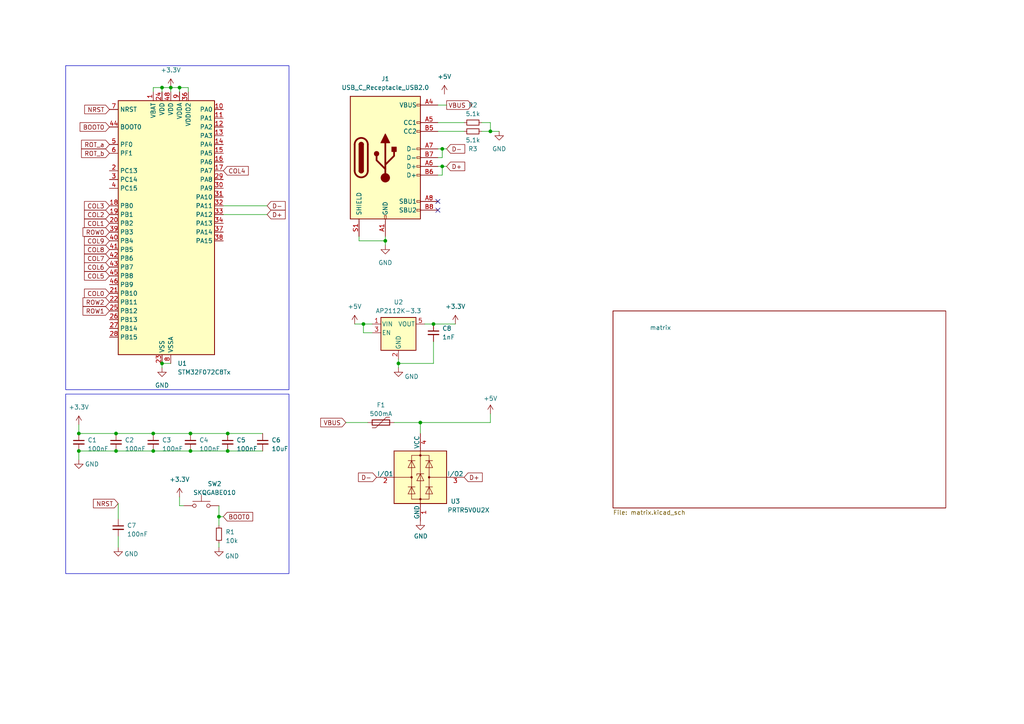
<source format=kicad_sch>
(kicad_sch (version 20231120) (generator "eeschema") (generator_version "8.0")
  (paper "A4")
  (lib_symbols
    (symbol "+5V_1" (power) (pin_names (offset 0))
      (property "Value" "+5V_1" (at 0 3.556 0))
      (symbol "+5V_1_0_1"
        (polyline (pts (xy -0.762 1.27) (xy 0 2.54)))
        (polyline (pts (xy 0 0) (xy 0 2.54)))
        (polyline (pts (xy 0 2.54) (xy 0.762 1.27)))
      )
      (symbol "+5V_1_1_1"
        (pin power_in line (at 0 0 90) (length 0) hide (name "+5V") (number "1"))
      )
    )
    (symbol "Connector:USB_C_Receptacle_USB2.0" (pin_names (offset 1.016))
      (property "Reference" "J" (at -10.16 19.05 0))
      (property "Value" "USB_C_Receptacle_USB2.0" (at 19.05 19.05 0))
      (symbol "USB_C_Receptacle_USB2.0_0_0"
        (rectangle (start -0.254 -17.78) (end 0.254 -16.764))
        (rectangle (start 10.16 -14.986) (end 9.144 -15.494))
        (rectangle (start 10.16 -12.446) (end 9.144 -12.954))
        (rectangle (start 10.16 -4.826) (end 9.144 -5.334))
        (rectangle (start 10.16 -2.286) (end 9.144 -2.794))
        (rectangle (start 10.16 0.254) (end 9.144 -0.254))
        (rectangle (start 10.16 2.794) (end 9.144 2.286))
        (rectangle (start 10.16 7.874) (end 9.144 7.366))
        (rectangle (start 10.16 10.414) (end 9.144 9.906))
        (rectangle (start 10.16 15.494) (end 9.144 14.986))
      )
      (symbol "USB_C_Receptacle_USB2.0_0_1"
        (rectangle (start -10.16 17.78) (end 10.16 -17.78) (stroke (width 0.254)) (fill (type background)))
        (arc (start -8.89 -3.81) (mid -6.985 -5.7067) (end -5.08 -3.81) (stroke (width 0.508)))
        (arc (start -7.62 -3.81) (mid -6.985 -4.4423) (end -6.35 -3.81) (stroke (width 0.254)))
        (arc (start -7.62 -3.81) (mid -6.985 -4.4423) (end -6.35 -3.81) (stroke (width 0.254)) (fill (type outline)))
        (rectangle (start -7.62 -3.81) (end -6.35 3.81) (stroke (width 0.254)) (fill (type outline)))
        (arc (start -6.35 3.81) (mid -6.985 4.4423) (end -7.62 3.81) (stroke (width 0.254)))
        (arc (start -6.35 3.81) (mid -6.985 4.4423) (end -7.62 3.81) (stroke (width 0.254)) (fill (type outline)))
        (arc (start -5.08 3.81) (mid -6.985 5.7067) (end -8.89 3.81) (stroke (width 0.508)))
        (circle (center -2.54 1.143) (radius 0.635) (stroke (width 0.254)) (fill (type outline)))
        (circle (center 0 -5.842) (radius 1.27) (fill (type outline)))
        (polyline (pts (xy -8.89 -3.81) (xy -8.89 3.81)) (stroke (width 0.508)))
        (polyline (pts (xy -5.08 3.81) (xy -5.08 -3.81)) (stroke (width 0.508)))
        (polyline (pts (xy 0 -5.842) (xy 0 4.318)) (stroke (width 0.508)))
        (polyline (pts (xy 0 -3.302) (xy -2.54 -0.762) (xy -2.54 0.508)) (stroke (width 0.508)))
        (polyline (pts (xy 0 -2.032) (xy 2.54 0.508) (xy 2.54 1.778)) (stroke (width 0.508)))
        (polyline (pts (xy -1.27 4.318) (xy 0 6.858) (xy 1.27 4.318) (xy -1.27 4.318)) (stroke (width 0.254)) (fill (type outline)))
        (rectangle (start 1.905 1.778) (end 3.175 3.048) (stroke (width 0.254)) (fill (type outline)))
      )
      (symbol "USB_C_Receptacle_USB2.0_1_1"
        (pin passive line (at 0 -22.86 90) (length 5.08) (name "GND") (number "A1"))
        (pin passive line (at 0 -22.86 90) (length 5.08) hide (name "GND") (number "A12"))
        (pin passive line (at 15.24 15.24 180) (length 5.08) (name "VBUS") (number "A4"))
        (pin bidirectional line (at 15.24 10.16 180) (length 5.08) (name "CC1") (number "A5"))
        (pin bidirectional line (at 15.24 -2.54 180) (length 5.08) (name "D+") (number "A6"))
        (pin bidirectional line (at 15.24 2.54 180) (length 5.08) (name "D-") (number "A7"))
        (pin bidirectional line (at 15.24 -12.7 180) (length 5.08) (name "SBU1") (number "A8"))
        (pin passive line (at 15.24 15.24 180) (length 5.08) hide (name "VBUS") (number "A9"))
        (pin passive line (at 0 -22.86 90) (length 5.08) hide (name "GND") (number "B1"))
        (pin passive line (at 0 -22.86 90) (length 5.08) hide (name "GND") (number "B12"))
        (pin passive line (at 15.24 15.24 180) (length 5.08) hide (name "VBUS") (number "B4"))
        (pin bidirectional line (at 15.24 7.62 180) (length 5.08) (name "CC2") (number "B5"))
        (pin bidirectional line (at 15.24 -5.08 180) (length 5.08) (name "D+") (number "B6"))
        (pin bidirectional line (at 15.24 0 180) (length 5.08) (name "D-") (number "B7"))
        (pin bidirectional line (at 15.24 -15.24 180) (length 5.08) (name "SBU2") (number "B8"))
        (pin passive line (at 15.24 15.24 180) (length 5.08) hide (name "VBUS") (number "B9"))
        (pin passive line (at -7.62 -22.86 90) (length 5.08) (name "SHIELD") (number "S1"))
      )
    )
    (symbol "Device:C_Small" (pin_numbers hide) (pin_names (offset 0.254) hide)
      (property "Reference" "C" (at 0.254 1.778 0))
      (property "Value" "C_Small" (at 0.254 -2.032 0))
      (symbol "C_Small_0_1"
        (polyline (pts (xy -1.524 -0.508) (xy 1.524 -0.508)) (stroke (width 0.3302)))
        (polyline (pts (xy -1.524 0.508) (xy 1.524 0.508)) (stroke (width 0.3048)))
      )
      (symbol "C_Small_1_1"
        (pin passive line (at 0 2.54 270) (length 2.032) (name "~") (number "1"))
        (pin passive line (at 0 -2.54 90) (length 2.032) (name "~") (number "2"))
      )
    )
    (symbol "Device:Polyfuse" (pin_numbers hide) (pin_names (offset 0))
      (property "Reference" "F" (at -2.54 0 90))
      (property "Value" "Polyfuse" (at 2.54 0 90))
      (symbol "Polyfuse_0_1"
        (rectangle (start -0.762 2.54) (end 0.762 -2.54) (stroke (width 0.254)))
        (polyline (pts (xy 0 2.54) (xy 0 -2.54)))
        (polyline (pts (xy -1.524 2.54) (xy -1.524 1.524) (xy 1.524 -1.524) (xy 1.524 -2.54)))
      )
      (symbol "Polyfuse_1_1"
        (pin passive line (at 0 3.81 270) (length 1.27) (name "~") (number "1"))
        (pin passive line (at 0 -3.81 90) (length 1.27) (name "~") (number "2"))
      )
    )
    (symbol "Device:R_Small" (pin_numbers hide) (pin_names (offset 0.254) hide)
      (property "Reference" "R" (at 0.762 0.508 0))
      (property "Value" "R_Small" (at 0.762 -1.016 0))
      (symbol "R_Small_0_1"
        (rectangle (start -0.762 1.778) (end 0.762 -1.778) (stroke (width 0.2032)))
      )
      (symbol "R_Small_1_1"
        (pin passive line (at 0 2.54 270) (length 0.762) (name "~") (number "1"))
        (pin passive line (at 0 -2.54 90) (length 0.762) (name "~") (number "2"))
      )
    )
    (symbol "MCU_ST_STM32F0:STM32F072C8Tx"
      (property "Reference" "U" (at -12.7 39.37 0))
      (property "Value" "STM32F072C8Tx" (at 10.16 39.37 0))
      (symbol "STM32F072C8Tx_0_1"
        (rectangle (start -12.7 -35.56) (end 15.24 38.1) (stroke (width 0.254)) (fill (type background)))
      )
      (symbol "STM32F072C8Tx_1_1"
        (pin power_in line (at -2.54 40.64 270) (length 2.54) (name "VBAT") (number "1"))
        (pin bidirectional line (at 17.78 35.56 180) (length 2.54) (name "PA0") (number "10"))
        (pin bidirectional line (at 17.78 33.02 180) (length 2.54) (name "PA1") (number "11"))
        (pin bidirectional line (at 17.78 30.48 180) (length 2.54) (name "PA2") (number "12"))
        (pin bidirectional line (at 17.78 27.94 180) (length 2.54) (name "PA3") (number "13"))
        (pin bidirectional line (at 17.78 25.4 180) (length 2.54) (name "PA4") (number "14"))
        (pin bidirectional line (at 17.78 22.86 180) (length 2.54) (name "PA5") (number "15"))
        (pin bidirectional line (at 17.78 20.32 180) (length 2.54) (name "PA6") (number "16"))
        (pin bidirectional line (at 17.78 17.78 180) (length 2.54) (name "PA7") (number "17"))
        (pin bidirectional line (at -15.24 7.62 0) (length 2.54) (name "PB0") (number "18"))
        (pin bidirectional line (at -15.24 5.08 0) (length 2.54) (name "PB1") (number "19"))
        (pin bidirectional line (at -15.24 17.78 0) (length 2.54) (name "PC13") (number "2"))
        (pin bidirectional line (at -15.24 2.54 0) (length 2.54) (name "PB2") (number "20"))
        (pin bidirectional line (at -15.24 -17.78 0) (length 2.54) (name "PB10") (number "21"))
        (pin bidirectional line (at -15.24 -20.32 0) (length 2.54) (name "PB11") (number "22"))
        (pin power_in line (at 0 -38.1 90) (length 2.54) (name "VSS") (number "23"))
        (pin power_in line (at 0 40.64 270) (length 2.54) (name "VDD") (number "24"))
        (pin bidirectional line (at -15.24 -22.86 0) (length 2.54) (name "PB12") (number "25"))
        (pin bidirectional line (at -15.24 -25.4 0) (length 2.54) (name "PB13") (number "26"))
        (pin bidirectional line (at -15.24 -27.94 0) (length 2.54) (name "PB14") (number "27"))
        (pin bidirectional line (at -15.24 -30.48 0) (length 2.54) (name "PB15") (number "28"))
        (pin bidirectional line (at 17.78 15.24 180) (length 2.54) (name "PA8") (number "29"))
        (pin bidirectional line (at -15.24 15.24 0) (length 2.54) (name "PC14") (number "3"))
        (pin bidirectional line (at 17.78 12.7 180) (length 2.54) (name "PA9") (number "30"))
        (pin bidirectional line (at 17.78 10.16 180) (length 2.54) (name "PA10") (number "31"))
        (pin bidirectional line (at 17.78 7.62 180) (length 2.54) (name "PA11") (number "32"))
        (pin bidirectional line (at 17.78 5.08 180) (length 2.54) (name "PA12") (number "33"))
        (pin bidirectional line (at 17.78 2.54 180) (length 2.54) (name "PA13") (number "34"))
        (pin passive line (at 0 -38.1 90) (length 2.54) hide (name "VSS") (number "35"))
        (pin power_in line (at 7.62 40.64 270) (length 2.54) (name "VDDIO2") (number "36"))
        (pin bidirectional line (at 17.78 0 180) (length 2.54) (name "PA14") (number "37"))
        (pin bidirectional line (at 17.78 -2.54 180) (length 2.54) (name "PA15") (number "38"))
        (pin bidirectional line (at -15.24 0 0) (length 2.54) (name "PB3") (number "39"))
        (pin bidirectional line (at -15.24 12.7 0) (length 2.54) (name "PC15") (number "4"))
        (pin bidirectional line (at -15.24 -2.54 0) (length 2.54) (name "PB4") (number "40"))
        (pin bidirectional line (at -15.24 -5.08 0) (length 2.54) (name "PB5") (number "41"))
        (pin bidirectional line (at -15.24 -7.62 0) (length 2.54) (name "PB6") (number "42"))
        (pin bidirectional line (at -15.24 -10.16 0) (length 2.54) (name "PB7") (number "43"))
        (pin input line (at -15.24 30.48 0) (length 2.54) (name "BOOT0") (number "44"))
        (pin bidirectional line (at -15.24 -12.7 0) (length 2.54) (name "PB8") (number "45"))
        (pin bidirectional line (at -15.24 -15.24 0) (length 2.54) (name "PB9") (number "46"))
        (pin passive line (at 0 -38.1 90) (length 2.54) hide (name "VSS") (number "47"))
        (pin power_in line (at 2.54 40.64 270) (length 2.54) (name "VDD") (number "48"))
        (pin bidirectional line (at -15.24 25.4 0) (length 2.54) (name "PF0") (number "5"))
        (pin bidirectional line (at -15.24 22.86 0) (length 2.54) (name "PF1") (number "6"))
        (pin input line (at -15.24 35.56 0) (length 2.54) (name "NRST") (number "7"))
        (pin power_in line (at 2.54 -38.1 90) (length 2.54) (name "VSSA") (number "8"))
        (pin power_in line (at 5.08 40.64 270) (length 2.54) (name "VDDA") (number "9"))
      )
    )
    (symbol "Power_Protection:PRTR5V0U2X" (pin_names (offset 0))
      (property "Reference" "D" (at 2.794 8.636 0))
      (property "Value" "PRTR5V0U2X" (at 8.128 -9.398 0))
      (symbol "PRTR5V0U2X_0_1"
        (rectangle (start -7.62 -7.62) (end 7.62 7.62) (stroke (width 0.254)) (fill (type background)))
        (circle (center -2.54 0) (radius 0.254) (fill (type outline)))
        (rectangle (start -2.54 6.35) (end 2.54 -6.35))
        (circle (center 0 -6.35) (radius 0.254) (fill (type outline)))
        (polyline (pts (xy -2.54 0) (xy -7.62 0)))
        (polyline (pts (xy -1.524 -2.794) (xy -3.556 -2.794)))
        (polyline (pts (xy -1.524 4.826) (xy -3.556 4.826)))
        (polyline (pts (xy 0 -7.62) (xy 0 7.62)))
        (polyline (pts (xy 1.524 -2.794) (xy 3.556 -2.794)))
        (polyline (pts (xy 1.524 4.826) (xy 3.556 4.826)))
        (polyline (pts (xy 2.54 0) (xy 7.62 0)))
        (polyline (pts (xy 1.016 1.016) (xy -1.016 1.016) (xy -1.016 0.508)))
        (polyline (pts (xy -3.556 -4.826) (xy -1.524 -4.826) (xy -2.54 -2.794) (xy -3.556 -4.826)))
        (polyline (pts (xy -3.556 2.794) (xy -1.524 2.794) (xy -2.54 4.826) (xy -3.556 2.794)))
        (polyline (pts (xy -1.016 -1.016) (xy 1.016 -1.016) (xy 0 1.016) (xy -1.016 -1.016)))
        (polyline (pts (xy 3.556 -4.826) (xy 1.524 -4.826) (xy 2.54 -2.794) (xy 3.556 -4.826)))
        (polyline (pts (xy 3.556 2.794) (xy 1.524 2.794) (xy 2.54 4.826) (xy 3.556 2.794)))
        (circle (center 0 6.35) (radius 0.254) (fill (type outline)))
        (circle (center 2.54 0) (radius 0.254) (fill (type outline)))
      )
      (symbol "PRTR5V0U2X_1_1"
        (pin passive line (at 0 -12.7 90) (length 5.08) (name "GND") (number "1"))
        (pin passive line (at -12.7 0 0) (length 5.08) (name "I/O1") (number "2"))
        (pin passive line (at 12.7 0 180) (length 5.08) (name "I/O2") (number "3"))
        (pin passive line (at 0 12.7 270) (length 5.08) (name "VCC") (number "4"))
      )
    )
    (symbol "Regulator_Linear:AP2112K-3.3" (pin_names (offset 0.254))
      (property "Reference" "U" (at -5.08 5.715 0))
      (property "Value" "AP2112K-3.3" (at 0 5.715 0))
      (symbol "AP2112K-3.3_0_1"
        (rectangle (start -5.08 4.445) (end 5.08 -5.08) (stroke (width 0.254)) (fill (type background)))
      )
      (symbol "AP2112K-3.3_1_1"
        (pin power_in line (at -7.62 2.54 0) (length 2.54) (name "VIN") (number "1"))
        (pin power_in line (at 0 -7.62 90) (length 2.54) (name "GND") (number "2"))
        (pin input line (at -7.62 0 0) (length 2.54) (name "EN") (number "3"))
        (pin no_connect line (at 5.08 0 180) (length 2.54) hide (name "NC") (number "4"))
        (pin power_out line (at 7.62 2.54 180) (length 2.54) (name "VOUT") (number "5"))
      )
    )
    (symbol "Switch:SW_Push" (pin_numbers hide) (pin_names (offset 1.016) hide)
      (property "Reference" "SW" (at 1.27 2.54 0))
      (property "Value" "SW_Push" (at 0 -1.524 0))
      (symbol "SW_Push_0_1"
        (circle (center -2.032 0) (radius 0.508))
        (polyline (pts (xy 0 1.27) (xy 0 3.048)))
        (polyline (pts (xy 2.54 1.27) (xy -2.54 1.27)))
        (circle (center 2.032 0) (radius 0.508))
        (pin passive line (at -5.08 0 0) (length 2.54) (name "1") (number "1"))
        (pin passive line (at 5.08 0 180) (length 2.54) (name "2") (number "2"))
      )
    )
    (symbol "power:+3.3V" (power) (pin_names (offset 0))
      (property "Value" "+3.3V" (at 0 3.556 0))
      (symbol "+3.3V_0_1"
        (polyline (pts (xy -0.762 1.27) (xy 0 2.54)))
        (polyline (pts (xy 0 0) (xy 0 2.54)))
        (polyline (pts (xy 0 2.54) (xy 0.762 1.27)))
      )
      (symbol "+3.3V_1_1"
        (pin power_in line (at 0 0 90) (length 0) hide (name "+3.3V") (number "1"))
      )
    )
    (symbol "power:+5V" (power) (pin_names (offset 0))
      (property "Value" "+5V" (at 0 3.556 0))
      (symbol "+5V_0_1"
        (polyline (pts (xy -0.762 1.27) (xy 0 2.54)))
        (polyline (pts (xy 0 0) (xy 0 2.54)))
        (polyline (pts (xy 0 2.54) (xy 0.762 1.27)))
      )
      (symbol "+5V_1_1"
        (pin power_in line (at 0 0 90) (length 0) hide (name "+5V") (number "1"))
      )
    )
    (symbol "power:GND" (power) (pin_names (offset 0))
      (property "Value" "GND" (at 0 -3.81 0))
      (symbol "GND_0_1"
        (polyline (pts (xy 0 0) (xy 0 -1.27) (xy 1.27 -1.27) (xy 0 -2.54) (xy -1.27 -1.27) (xy 0 -1.27)))
      )
      (symbol "GND_1_1"
        (pin power_in line (at 0 0 270) (length 0) hide (name "GND") (number "1"))
      )
    )
  )
  (junction (at 22.86 130.81))
  (junction (at 44.45 130.81))
  (junction (at 105.41 93.98))
  (junction (at 44.45 125.73))
  (junction (at 49.53 25.4))
  (junction (at 52.07 25.4))
  (junction (at 66.04 125.73))
  (junction (at 46.99 25.4))
  (junction (at 142.24 38.1))
  (junction (at 63.5 149.86))
  (junction (at 22.86 125.73))
  (junction (at 125.73 93.98))
  (junction (at 33.655 125.73))
  (junction (at 115.57 105.41))
  (junction (at 55.245 130.81))
  (junction (at 33.655 130.81))
  (junction (at 66.04 130.81))
  (junction (at 128.27 43.18))
  (junction (at 55.245 125.73))
  (junction (at 128.27 48.26))
  (junction (at 121.92 122.555))
  (junction (at 111.76 69.85))
  (junction (at 46.99 105.41))
  (no_connect (at 127 60.96))
  (no_connect (at 127 58.42))
  (wire (pts (xy 34.29 146.05) (xy 34.29 150.495)))
  (wire (pts (xy 121.92 122.555) (xy 121.92 125.73)))
  (wire (pts (xy 115.57 105.41) (xy 125.73 105.41)))
  (wire (pts (xy 107.95 96.52) (xy 105.41 96.52)))
  (wire (pts (xy 52.07 25.4) (xy 54.61 25.4)))
  (wire (pts (xy 33.655 125.73) (xy 22.86 125.73)))
  (wire (pts (xy 52.07 146.685) (xy 52.07 144.145)))
  (wire (pts (xy 127 35.56) (xy 134.62 35.56)))
  (wire (pts (xy 128.27 43.18) (xy 129.54 43.18)))
  (wire (pts (xy 22.86 130.81) (xy 33.655 130.81)))
  (wire (pts (xy 127 43.18) (xy 128.27 43.18)))
  (wire (pts (xy 125.73 105.41) (xy 125.73 99.06)))
  (wire (pts (xy 128.27 50.8) (xy 128.27 48.26)))
  (wire (pts (xy 44.45 125.73) (xy 55.245 125.73)))
  (wire (pts (xy 46.99 105.41) (xy 49.53 105.41)))
  (wire (pts (xy 139.7 35.56) (xy 142.24 35.56)))
  (wire (pts (xy 115.57 104.14) (xy 115.57 105.41)))
  (wire (pts (xy 127 48.26) (xy 128.27 48.26)))
  (wire (pts (xy 53.34 146.685) (xy 52.07 146.685)))
  (wire (pts (xy 142.24 35.56) (xy 142.24 38.1)))
  (wire (pts (xy 142.24 120.015) (xy 142.24 122.555)))
  (wire (pts (xy 46.99 25.4) (xy 49.53 25.4)))
  (wire (pts (xy 102.87 93.98) (xy 105.41 93.98)))
  (wire (pts (xy 104.14 68.58) (xy 104.14 69.85)))
  (wire (pts (xy 52.07 25.4) (xy 49.53 25.4)))
  (wire (pts (xy 63.5 157.48) (xy 63.5 158.75)))
  (wire (pts (xy 63.5 146.685) (xy 63.5 149.86)))
  (wire (pts (xy 55.245 125.73) (xy 66.04 125.73)))
  (wire (pts (xy 33.655 130.81) (xy 44.45 130.81)))
  (wire (pts (xy 127 50.8) (xy 128.27 50.8)))
  (wire (pts (xy 121.92 122.555) (xy 142.24 122.555)))
  (wire (pts (xy 100.33 122.555) (xy 106.68 122.555)))
  (wire (pts (xy 44.45 25.4) (xy 46.99 25.4)))
  (wire (pts (xy 63.5 149.86) (xy 64.77 149.86)))
  (wire (pts (xy 128.27 48.26) (xy 129.54 48.26)))
  (wire (pts (xy 46.99 25.4) (xy 46.99 26.67)))
  (wire (pts (xy 127 38.1) (xy 134.62 38.1)))
  (wire (pts (xy 34.29 158.75) (xy 34.29 155.575)))
  (wire (pts (xy 54.61 25.4) (xy 54.61 26.67)))
  (wire (pts (xy 128.27 45.72) (xy 128.27 43.18)))
  (wire (pts (xy 115.57 105.41) (xy 115.57 106.68)))
  (wire (pts (xy 111.76 69.85) (xy 111.76 71.12)))
  (wire (pts (xy 63.5 149.86) (xy 63.5 152.4)))
  (wire (pts (xy 127 30.48) (xy 129.54 30.48)))
  (wire (pts (xy 114.3 122.555) (xy 121.92 122.555)))
  (wire (pts (xy 64.77 62.23) (xy 77.47 62.23)))
  (wire (pts (xy 123.19 93.98) (xy 125.73 93.98)))
  (wire (pts (xy 66.04 125.73) (xy 76.2 125.73)))
  (wire (pts (xy 104.14 69.85) (xy 111.76 69.85)))
  (wire (pts (xy 142.24 38.1) (xy 144.78 38.1)))
  (wire (pts (xy 105.41 93.98) (xy 107.95 93.98)))
  (wire (pts (xy 52.07 25.4) (xy 52.07 26.67)))
  (wire (pts (xy 139.7 38.1) (xy 142.24 38.1)))
  (wire (pts (xy 125.73 93.98) (xy 132.08 93.98)))
  (wire (pts (xy 44.45 25.4) (xy 44.45 26.67)))
  (wire (pts (xy 44.45 130.81) (xy 55.245 130.81)))
  (wire (pts (xy 111.76 68.58) (xy 111.76 69.85)))
  (wire (pts (xy 33.655 125.73) (xy 44.45 125.73)))
  (wire (pts (xy 66.04 130.81) (xy 76.2 130.81)))
  (wire (pts (xy 55.245 130.81) (xy 66.04 130.81)))
  (wire (pts (xy 22.86 133.35) (xy 22.86 130.81)))
  (wire (pts (xy 46.99 106.68) (xy 46.99 105.41)))
  (wire (pts (xy 105.41 96.52) (xy 105.41 93.98)))
  (wire (pts (xy 22.86 123.19) (xy 22.86 125.73)))
  (wire (pts (xy 64.77 59.69) (xy 77.47 59.69)))
  (wire (pts (xy 49.53 25.4) (xy 49.53 26.67)))
  (wire (pts (xy 127 45.72) (xy 128.27 45.72)))
  (rectangle (start 19.05 19.05) (end 83.82 113.03))
  (rectangle (start 19.05 114.3) (end 83.82 166.37))
  (global_label "COL0" (shape input) (at 31.75 85.09 180) (property "Intersheetrefs" "${INTERSHEET_REFS}" (effects (hide yes))))
  (global_label "NRST" (shape input) (at 31.75 31.75 180) (property "Intersheetrefs" "${INTERSHEET_REFS}" (effects (hide yes))))
  (global_label "D-" (shape input) (at 109.22 138.43 180) (property "Intersheetrefs" "${INTERSHEET_REFS}" (effects (hide yes))))
  (global_label "COL6" (shape input) (at 31.75 77.47 180) (property "Intersheetrefs" "${INTERSHEET_REFS}" (effects (hide yes))))
  (global_label "ROW0" (shape input) (at 31.75 67.31 180) (property "Intersheetrefs" "${INTERSHEET_REFS}" (effects (hide yes))))
  (global_label "D+" (shape input) (at 129.54 48.26 0) (property "Intersheetrefs" "${INTERSHEET_REFS}" (effects (hide yes))))
  (global_label "COL3" (shape input) (at 31.75 59.69 180) (property "Intersheetrefs" "${INTERSHEET_REFS}" (effects (hide yes))))
  (global_label "COL4" (shape input) (at 64.77 49.53 0) (property "Intersheetrefs" "${INTERSHEET_REFS}" (effects (hide yes))))
  (global_label "COL9" (shape input) (at 31.75 69.85 180) (property "Intersheetrefs" "${INTERSHEET_REFS}" (effects (hide yes))))
  (global_label "BOOT0" (shape input) (at 64.77 149.86 0) (property "Intersheetrefs" "${INTERSHEET_REFS}" (effects (hide yes))))
  (global_label "COL1" (shape input) (at 31.75 64.77 180) (property "Intersheetrefs" "${INTERSHEET_REFS}" (effects (hide yes))))
  (global_label "ROT_b" (shape input) (at 31.75 44.45 180) (property "Intersheetrefs" "${INTERSHEET_REFS}" (effects (hide yes))))
  (global_label "BOOT0" (shape input) (at 31.75 36.83 180) (property "Intersheetrefs" "${INTERSHEET_REFS}" (effects (hide yes))))
  (global_label "COL8" (shape input) (at 31.75 72.39 180) (property "Intersheetrefs" "${INTERSHEET_REFS}" (effects (hide yes))))
  (global_label "ROW1" (shape input) (at 31.75 90.17 180) (property "Intersheetrefs" "${INTERSHEET_REFS}" (effects (hide yes))))
  (global_label "D-" (shape input) (at 129.54 43.18 0) (property "Intersheetrefs" "${INTERSHEET_REFS}" (effects (hide yes))))
  (global_label "VBUS" (shape input) (at 100.33 122.555 180) (property "Intersheetrefs" "${INTERSHEET_REFS}" (effects (hide yes))))
  (global_label "COL5" (shape input) (at 31.75 80.01 180) (property "Intersheetrefs" "${INTERSHEET_REFS}" (effects (hide yes))))
  (global_label "VBUS" (shape output) (at 129.54 30.48 0) (property "Intersheetrefs" "${INTERSHEET_REFS}" (effects (hide yes))))
  (global_label "ROT_a" (shape input) (at 31.75 41.91 180) (property "Intersheetrefs" "${INTERSHEET_REFS}" (effects (hide yes))))
  (global_label "D+" (shape input) (at 134.62 138.43 0) (property "Intersheetrefs" "${INTERSHEET_REFS}" (effects (hide yes))))
  (global_label "COL2" (shape input) (at 31.75 62.23 180) (property "Intersheetrefs" "${INTERSHEET_REFS}" (effects (hide yes))))
  (global_label "D-" (shape input) (at 77.47 59.69 0) (property "Intersheetrefs" "${INTERSHEET_REFS}" (effects (hide yes))))
  (global_label "COL7" (shape input) (at 31.75 74.93 180) (property "Intersheetrefs" "${INTERSHEET_REFS}" (effects (hide yes))))
  (global_label "ROW2" (shape input) (at 31.75 87.63 180) (property "Intersheetrefs" "${INTERSHEET_REFS}" (effects (hide yes))))
  (global_label "D+" (shape input) (at 77.47 62.23 0) (property "Intersheetrefs" "${INTERSHEET_REFS}" (effects (hide yes))))
  (global_label "NRST" (shape input) (at 34.29 146.05 180) (property "Intersheetrefs" "${INTERSHEET_REFS}" (effects (hide yes))))
  (symbol (lib_id "Device:C_Small") (at 55.245 128.27 0) (unit 1)
    (property "Reference" "C4" (at 57.785 127.6413 0) (effects (justify left)))
    (property "Value" "100nF" (at 57.785 130.1813 0) (effects (justify left)))
    (property "Footprint" "Capacitor_SMD:C_0805_2012Metric_Pad1.18x1.45mm_HandSolder" (effects (hide yes)))
  )
  (symbol (lib_id "MCU_ST_STM32F0:STM32F072C8Tx") (at 46.99 67.31 0) (unit 1)
    (property "Reference" "U1" (at 51.4859 105.41 0) (effects (justify left)))
    (property "Value" "STM32F072C8Tx" (at 51.4859 107.95 0) (effects (justify left)))
    (property "Footprint" "Package_QFP:LQFP-48_7x7mm_P0.5mm" (effects (hide yes)))
    (property "Datasheet" "https://www.st.com/resource/en/datasheet/stm32f072c8.pdf" (effects (hide yes)))
  )
  (symbol (lib_id "Device:C_Small") (at 125.73 96.52 0) (unit 1)
    (property "Reference" "C8" (at 128.27 95.2563 0) (effects (justify left)))
    (property "Value" "1nF" (at 128.27 97.7963 0) (effects (justify left)))
    (property "Footprint" "Capacitor_SMD:C_0805_2012Metric_Pad1.18x1.45mm_HandSolder" (effects (hide yes)))
    (property "LCSC Part Number" "C129637" (effects (hide yes)))
  )
  (symbol (lib_id "Device:R_Small") (at 137.16 35.56 90) (unit 1)
    (property "Reference" "R2" (at 137.16 30.48 90))
    (property "Value" "5.1k" (at 137.16 33.02 90))
    (property "Footprint" "Resistor_SMD:R_0805_2012Metric_Pad1.20x1.40mm_HandSolder" (effects (hide yes)))
  )
  (symbol (lib_id "Device:C_Small") (at 22.86 128.27 0) (unit 1)
    (property "Reference" "C1" (at 25.4 127.6413 0) (effects (justify left)))
    (property "Value" "100nF" (at 25.4 130.1813 0) (effects (justify left)))
    (property "Footprint" "Capacitor_SMD:C_0805_2012Metric_Pad1.18x1.45mm_HandSolder" (effects (hide yes)))
  )
  (symbol (lib_id "power:GND") (at 46.99 106.68 0) (unit 1)
    (property "Reference" "#PWR08" (effects (hide yes)))
    (property "Value" "GND" (at 46.99 111.76 0))
  )
  (symbol (lib_id "Switch:SW_Push") (at 58.42 146.685 0) (unit 1)
    (property "Reference" "SW2" (at 62.23 140.335 0))
    (property "Value" "SKQGABE010" (at 62.23 142.875 0))
    (property "Footprint" "Button_Switch_SMD:SW_Push_SPST_NO_Alps_SKRK" (effects (hide yes)))
    (property "LCSC" "C115351" (effects (hide yes)))
  )
  (symbol (lib_id "Device:C_Small") (at 33.655 128.27 0) (unit 1)
    (property "Reference" "C2" (at 36.195 127.6413 0) (effects (justify left)))
    (property "Value" "100nF" (at 36.195 130.1813 0) (effects (justify left)))
    (property "Footprint" "Capacitor_SMD:C_0805_2012Metric_Pad1.18x1.45mm_HandSolder" (effects (hide yes)))
  )
  (symbol (lib_id "Device:C_Small") (at 76.2 128.27 0) (unit 1)
    (property "Reference" "C6" (at 78.74 127.6413 0) (effects (justify left)))
    (property "Value" "10uF" (at 78.74 130.1813 0) (effects (justify left)))
    (property "Footprint" "Capacitor_SMD:C_0805_2012Metric_Pad1.18x1.45mm_HandSolder" (effects (hide yes)))
  )
  (symbol (lib_id "power:+3.3V") (at 52.07 144.145 0) (unit 1)
    (property "Reference" "#PWR04" (effects (hide yes)))
    (property "Value" "+3.3V" (at 52.07 139.065 0))
  )
  (symbol (lib_id "power:+3.3V") (at 132.08 93.98 0) (unit 1)
    (property "Reference" "#PWR012" (effects (hide yes)))
    (property "Value" "+3.3V" (at 132.08 88.9 0))
  )
  (symbol (lib_id "power:GND") (at 111.76 71.12 0) (unit 1)
    (property "Reference" "#PWR016" (effects (hide yes)))
    (property "Value" "GND" (at 111.76 76.2 0))
  )
  (symbol (lib_id "Device:C_Small") (at 44.45 128.27 0) (unit 1)
    (property "Reference" "C3" (at 46.99 127.6413 0) (effects (justify left)))
    (property "Value" "100nF" (at 46.99 130.1813 0) (effects (justify left)))
    (property "Footprint" "Capacitor_SMD:C_0805_2012Metric_Pad1.18x1.45mm_HandSolder" (effects (hide yes)))
  )
  (symbol (lib_id "power:GND") (at 22.86 133.35 0) (unit 1)
    (property "Reference" "#PWR03" (effects (hide yes)))
    (property "Value" "GND" (at 26.67 134.62 0))
  )
  (symbol (lib_id "power:GND") (at 144.78 38.1 0) (unit 1)
    (property "Reference" "#PWR013" (effects (hide yes)))
    (property "Value" "GND" (at 144.78 43.18 0))
  )
  (symbol (lib_id "power:GND") (at 121.92 151.13 0) (unit 1)
    (property "Reference" "#PWR015" (effects (hide yes)))
    (property "Value" "GND" (at 122.047 155.5242 0))
  )
  (symbol (lib_id "Connector:USB_C_Receptacle_USB2.0") (at 111.76 45.72 0) (unit 1)
    (property "Reference" "J1" (at 111.76 22.86 0))
    (property "Value" "USB_C_Receptacle_USB2.0" (at 111.76 25.4 0))
    (property "Footprint" "PCM_marbastlib-various:USB_C_Receptacle_HRO_TYPE-C-31-M-12" (effects (hide yes)))
    (property "Datasheet" "https://www.usb.org/sites/default/files/documents/usb_type-c.zip" (effects (hide yes)))
    (property "LCSC Part Number" "C3001293" (effects (hide yes)))
  )
  (symbol (lib_id "Power_Protection:PRTR5V0U2X") (at 121.92 138.43 0) (unit 1)
    (property "Reference" "U3" (at 132.08 145.415 0))
    (property "Value" "PRTR5V0U2X" (at 135.89 147.955 0))
    (property "Footprint" "Package_TO_SOT_SMD:SOT-143_Handsoldering" (effects (hide yes)))
    (property "Datasheet" "https://assets.nexperia.com/documents/data-sheet/PRTR5V0U2X.pdf" (effects (hide yes)))
    (property "LCSC" "C2827688" (effects (hide yes)))
    (property "JlcRotOffset" "90" (effects (hide yes)))
  )
  (symbol (lib_id "power:+3.3V") (at 49.53 25.4 0) (unit 1)
    (property "Reference" "#PWR07" (effects (hide yes)))
    (property "Value" "+3.3V" (at 49.53 20.32 0))
  )
  (symbol (lib_id "Device:R_Small") (at 137.16 38.1 90) (unit 1)
    (property "Reference" "R3" (at 137.16 43.18 90))
    (property "Value" "5.1k" (at 137.16 40.64 90))
    (property "Footprint" "Resistor_SMD:R_0805_2012Metric_Pad1.20x1.40mm_HandSolder" (effects (hide yes)))
  )
  (symbol (lib_id "power:GND") (at 115.57 106.68 0) (unit 1)
    (property "Reference" "#PWR014" (effects (hide yes)))
    (property "Value" "GND" (at 119.38 109.22 0))
  )
  (symbol (lib_id "power:GND") (at 63.5 158.75 0) (unit 1)
    (property "Reference" "#PWR06" (effects (hide yes)))
    (property "Value" "GND" (at 67.31 161.29 0))
  )
  (symbol (lib_id "Device:R_Small") (at 63.5 154.94 180) (unit 1)
    (property "Reference" "R1" (at 65.405 154.305 0) (effects (justify right)))
    (property "Value" "10k" (at 65.405 156.845 0) (effects (justify right)))
    (property "Footprint" "Resistor_SMD:R_0805_2012Metric_Pad1.20x1.40mm_HandSolder" (effects (hide yes)))
  )
  (symbol (lib_id "Device:C_Small") (at 34.29 153.035 0) (unit 1)
    (property "Reference" "C7" (at 36.83 152.4063 0) (effects (justify left)))
    (property "Value" "100nF" (at 36.83 154.9463 0) (effects (justify left)))
    (property "Footprint" "Capacitor_SMD:C_0805_2012Metric_Pad1.18x1.45mm_HandSolder" (effects (hide yes)))
  )
  (symbol (lib_id "Device:C_Small") (at 66.04 128.27 0) (unit 1)
    (property "Reference" "C5" (at 68.58 127.6413 0) (effects (justify left)))
    (property "Value" "100nF" (at 68.58 130.1813 0) (effects (justify left)))
    (property "Footprint" "Capacitor_SMD:C_0805_2012Metric_Pad1.18x1.45mm_HandSolder" (effects (hide yes)))
  )
  (symbol (lib_id "power:+5V") (at 128.905 27.305 0) (unit 1)
    (property "Reference" "#PWR09" (effects (hide yes)))
    (property "Value" "+5V" (at 128.905 22.225 0))
  )
  (symbol (lib_id "power:+3.3V") (at 22.86 123.19 0) (unit 1)
    (property "Reference" "#PWR02" (effects (hide yes)))
    (property "Value" "+3.3V" (at 22.86 118.11 0))
  )
  (symbol (lib_name "+5V_1") (lib_id "power:+5V") (at 142.24 120.015 0) (unit 1)
    (property "Reference" "#PWR010" (effects (hide yes)))
    (property "Value" "+5V" (at 142.24 115.57 0))
  )
  (symbol (lib_id "power:GND") (at 34.29 158.75 0) (mirror y) (unit 1)
    (property "Reference" "#PWR05" (effects (hide yes)))
    (property "Value" "GND" (at 38.1 160.655 0))
  )
  (symbol (lib_id "Device:Polyfuse") (at 110.49 122.555 90) (unit 1)
    (property "Reference" "F1" (at 110.49 117.475 90))
    (property "Value" "500mA" (at 110.49 120.015 90))
    (property "Footprint" "Fuse:Fuse_1206_3216Metric_Pad1.42x1.75mm_HandSolder" (effects (hide yes)))
    (property "LCSC" "C135341" (effects (hide yes)))
  )
  (symbol (lib_id "Regulator_Linear:AP2112K-3.3") (at 115.57 96.52 0) (unit 1)
    (property "Reference" "U2" (at 115.57 87.63 0))
    (property "Value" "AP2112K-3.3" (at 115.57 90.17 0))
    (property "Footprint" "Package_TO_SOT_SMD:SOT-23-5_HandSoldering" (effects (hide yes)))
    (property "Datasheet" "https://www.diodes.com/assets/Datasheets/AP2112.pdf" (effects (hide yes)))
    (property "LCSC Part Number" "C3021085" (effects (hide yes)))
    (property "MPN" "AP2112K-3.3" (effects (hide yes)))
  )
  (symbol (lib_id "power:+5V") (at 102.87 93.98 0) (unit 1)
    (property "Reference" "#PWR011" (effects (hide yes)))
    (property "Value" "+5V" (at 102.87 88.9 0))
  )
  (sheet (at 177.8 90.17) (size 96.52 57.15) (stroke (width 0.1524))
    (property "Sheetname" "matrix" (at 188.468 95.758 0) (effects (justify left bottom)))
    (property "Sheetfile" "matrix.kicad_sch" (at 177.8 147.9046 0) (effects (justify left top)))
  )
)
</source>
